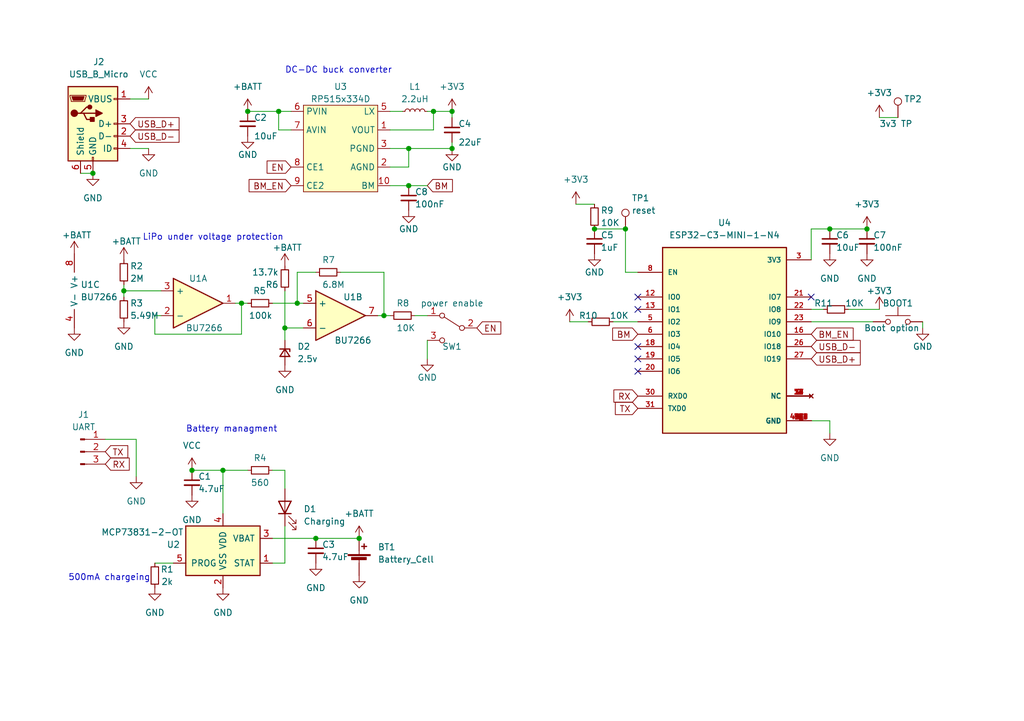
<source format=kicad_sch>
(kicad_sch (version 20211123) (generator eeschema)
  (paper "A5")
  (title_block (title "WiFi Tracing Tag") (rev "1"))
  (lib_symbols
    (symbol "Battery_Cell_1" (pin_numbers hide) (pin_names (offset 0) hide)
      (property "Reference" "BT" (at 2.54 2.54 0))
      (property "Value" "Battery_Cell_1" (at 2.54 0 0))
      (symbol "Battery_Cell_1_0_1"
        (rectangle (start -2.286 1.778) (end 2.286 1.524) (fill (type outline)))
        (rectangle (start -1.5748 1.1938) (end 1.4732 0.6858) (fill (type outline)))
        (polyline (pts (xy 0 0.762) (xy 0 0)))
        (polyline (pts (xy 0 1.778) (xy 0 2.54)))
        (polyline (pts (xy 0.508 3.429) (xy 1.524 3.429)) (stroke (width 0.254)))
        (polyline (pts (xy 1.016 3.937) (xy 1.016 2.921)) (stroke (width 0.254)))
      )
      (symbol "Battery_Cell_1_1_1"
        (pin passive line (at 0 -2.54 90) (length 2.54) (name "-") (number "1"))
        (pin passive line (at 0 5.08 270) (length 2.54) (name "+") (number "2"))
      )
    )
    (symbol "Battery_Management:MCP73831-2-OT" (pin_names (offset 1.016))
      (property "Reference" "U" (at -7.62 6.35 0))
      (property "Value" "MCP73831-2-OT" (at 1.27 6.35 0))
      (symbol "MCP73831-2-OT_0_1"
        (rectangle (start -7.62 5.08) (end 7.62 -5.08) (stroke (width 0.254)) (fill (type background)))
      )
      (symbol "MCP73831-2-OT_1_1"
        (pin output line (at 10.16 -2.54 180) (length 2.54) (name "STAT") (number "1"))
        (pin power_in line (at 0 -7.62 90) (length 2.54) (name "VSS") (number "2"))
        (pin power_out line (at 10.16 2.54 180) (length 2.54) (name "VBAT") (number "3"))
        (pin power_in line (at 0 7.62 270) (length 2.54) (name "VDD") (number "4"))
        (pin input line (at -10.16 -2.54 0) (length 2.54) (name "PROG") (number "5"))
      )
    )
    (symbol "Connector:Conn_01x03_Male" (pin_names (offset 1.016) hide)
      (property "Reference" "J" (at 0 5.08 0))
      (property "Value" "Conn_01x03_Male" (at 0 -5.08 0))
      (symbol "Conn_01x03_Male_1_1"
        (polyline (pts (xy 1.27 -2.54) (xy 0.8636 -2.54)) (stroke (width 0.1524)))
        (polyline (pts (xy 1.27 0) (xy 0.8636 0)) (stroke (width 0.1524)))
        (polyline (pts (xy 1.27 2.54) (xy 0.8636 2.54)) (stroke (width 0.1524)))
        (rectangle (start 0.8636 -2.413) (end 0 -2.667) (stroke (width 0.1524)) (fill (type outline)))
        (rectangle (start 0.8636 0.127) (end 0 -0.127) (stroke (width 0.1524)) (fill (type outline)))
        (rectangle (start 0.8636 2.667) (end 0 2.413) (stroke (width 0.1524)) (fill (type outline)))
        (pin passive line (at 5.08 2.54 180) (length 3.81) (name "Pin_1") (number "1"))
        (pin passive line (at 5.08 0 180) (length 3.81) (name "Pin_2") (number "2"))
        (pin passive line (at 5.08 -2.54 180) (length 3.81) (name "Pin_3") (number "3"))
      )
    )
    (symbol "Connector:TestPoint" (pin_numbers hide) (pin_names (offset 0.762) hide)
      (property "Reference" "TP" (at 0 6.858 0))
      (property "Value" "TestPoint" (at 0 5.08 0))
      (symbol "TestPoint_0_1"
        (circle (center 0 3.302) (radius 0.762))
      )
      (symbol "TestPoint_1_1"
        (pin passive line (at 0 0 90) (length 2.54) (name "1") (number "1"))
      )
    )
    (symbol "Connector:USB_B_Micro" (pin_names (offset 1.016))
      (property "Reference" "J" (at -5.08 11.43 0))
      (property "Value" "USB_B_Micro" (at -5.08 8.89 0))
      (symbol "USB_B_Micro_0_1"
        (rectangle (start -5.08 -7.62) (end 5.08 7.62) (stroke (width 0.254)) (fill (type background)))
        (circle (center -3.81 2.159) (radius 0.635) (stroke (width 0.254)) (fill (type outline)))
        (circle (center -0.635 3.429) (radius 0.381) (stroke (width 0.254)) (fill (type outline)))
        (rectangle (start -0.127 -7.62) (end 0.127 -6.858))
        (polyline (pts (xy -1.905 2.159) (xy 0.635 2.159)) (stroke (width 0.254)))
        (polyline (pts (xy -3.175 2.159) (xy -2.54 2.159) (xy -1.27 3.429) (xy -0.635 3.429)) (stroke (width 0.254)))
        (polyline (pts (xy -2.54 2.159) (xy -1.905 2.159) (xy -1.27 0.889) (xy 0 0.889)) (stroke (width 0.254)))
        (polyline (pts (xy 0.635 2.794) (xy 0.635 1.524) (xy 1.905 2.159) (xy 0.635 2.794)) (stroke (width 0.254)) (fill (type outline)))
        (polyline (pts (xy -4.318 5.588) (xy -1.778 5.588) (xy -2.032 4.826) (xy -4.064 4.826) (xy -4.318 5.588)) (fill (type outline)))
        (polyline (pts (xy -4.699 5.842) (xy -4.699 5.588) (xy -4.445 4.826) (xy -4.445 4.572) (xy -1.651 4.572) (xy -1.651 4.826) (xy -1.397 5.588) (xy -1.397 5.842) (xy -4.699 5.842)))
        (rectangle (start 0.254 1.27) (end -0.508 0.508) (stroke (width 0.254)) (fill (type outline)))
        (rectangle (start 5.08 -5.207) (end 4.318 -4.953))
        (rectangle (start 5.08 -2.667) (end 4.318 -2.413))
        (rectangle (start 5.08 -0.127) (end 4.318 0.127))
        (rectangle (start 5.08 4.953) (end 4.318 5.207))
      )
      (symbol "USB_B_Micro_1_1"
        (pin power_out line (at 7.62 5.08 180) (length 2.54) (name "VBUS") (number "1"))
        (pin bidirectional line (at 7.62 -2.54 180) (length 2.54) (name "D-") (number "2"))
        (pin bidirectional line (at 7.62 0 180) (length 2.54) (name "D+") (number "3"))
        (pin passive line (at 7.62 -5.08 180) (length 2.54) (name "ID") (number "4"))
        (pin power_out line (at 0 -10.16 90) (length 2.54) (name "GND") (number "5"))
        (pin passive line (at -2.54 -10.16 90) (length 2.54) (name "Shield") (number "6"))
      )
    )
    (symbol "Device:C_Small" (pin_numbers hide) (pin_names (offset 0.254) hide)
      (property "Reference" "C" (at 0.254 1.778 0))
      (property "Value" "C_Small" (at 0.254 -2.032 0))
      (symbol "C_Small_0_1"
        (polyline (pts (xy -1.524 -0.508) (xy 1.524 -0.508)) (stroke (width 0.3302)))
        (polyline (pts (xy -1.524 0.508) (xy 1.524 0.508)) (stroke (width 0.3048)))
      )
      (symbol "C_Small_1_1"
        (pin passive line (at 0 2.54 270) (length 2.032) (name "~") (number "1"))
        (pin passive line (at 0 -2.54 90) (length 2.032) (name "~") (number "2"))
      )
    )
    (symbol "Device:D_Zener_Small" (pin_numbers hide) (pin_names (offset 0.254) hide)
      (property "Reference" "D" (at 0 2.286 0))
      (property "Value" "D_Zener_Small" (at 0 -2.286 0))
      (symbol "D_Zener_Small_0_1"
        (polyline (pts (xy 0.762 0) (xy -0.762 0)))
        (polyline (pts (xy -0.254 1.016) (xy -0.762 1.016) (xy -0.762 -1.016)) (stroke (width 0.254)))
        (polyline (pts (xy 0.762 1.016) (xy -0.762 0) (xy 0.762 -1.016) (xy 0.762 1.016)) (stroke (width 0.254)))
      )
      (symbol "D_Zener_Small_1_1"
        (pin passive line (at -2.54 0 0) (length 1.778) (name "K") (number "1"))
        (pin passive line (at 2.54 0 180) (length 1.778) (name "A") (number "2"))
      )
    )
    (symbol "Device:LED" (pin_numbers hide) (pin_names (offset 1.016) hide)
      (property "Reference" "D" (at 0 2.54 0))
      (property "Value" "LED" (at 0 -2.54 0))
      (symbol "LED_0_1"
        (polyline (pts (xy -1.27 -1.27) (xy -1.27 1.27)) (stroke (width 0.254)))
        (polyline (pts (xy -1.27 0) (xy 1.27 0)))
        (polyline (pts (xy 1.27 -1.27) (xy 1.27 1.27) (xy -1.27 0) (xy 1.27 -1.27)) (stroke (width 0.254)))
        (polyline (pts (xy -3.048 -0.762) (xy -4.572 -2.286) (xy -3.81 -2.286) (xy -4.572 -2.286) (xy -4.572 -1.524)))
        (polyline (pts (xy -1.778 -0.762) (xy -3.302 -2.286) (xy -2.54 -2.286) (xy -3.302 -2.286) (xy -3.302 -1.524)))
      )
      (symbol "LED_1_1"
        (pin passive line (at -3.81 0 0) (length 2.54) (name "K") (number "1"))
        (pin passive line (at 3.81 0 180) (length 2.54) (name "A") (number "2"))
      )
    )
    (symbol "Device:L_Small" (pin_numbers hide) (pin_names (offset 0.254) hide)
      (property "Reference" "L" (at 0.762 1.016 0))
      (property "Value" "L_Small" (at 0.762 -1.016 0))
      (symbol "L_Small_0_1"
        (arc (start 0 -2.032) (mid 0.508 -1.524) (end 0 -1.016))
        (arc (start 0 -1.016) (mid 0.508 -0.508) (end 0 0))
        (arc (start 0 0) (mid 0.508 0.508) (end 0 1.016))
        (arc (start 0 1.016) (mid 0.508 1.524) (end 0 2.032))
      )
      (symbol "L_Small_1_1"
        (pin passive line (at 0 2.54 270) (length 0.508) (name "~") (number "1"))
        (pin passive line (at 0 -2.54 90) (length 0.508) (name "~") (number "2"))
      )
    )
    (symbol "Device:Opamp_Dual"
      (property "Reference" "U" (at 0 5.08 0))
      (property "Value" "Opamp_Dual" (at 0 -5.08 0))
      (symbol "Opamp_Dual_1_1"
        (polyline (pts (xy -5.08 5.08) (xy 5.08 0) (xy -5.08 -5.08) (xy -5.08 5.08)) (stroke (width 0.254)) (fill (type background)))
        (pin output line (at 7.62 0 180) (length 2.54) (name "~") (number "1"))
        (pin input line (at -7.62 -2.54 0) (length 2.54) (name "-") (number "2"))
        (pin input line (at -7.62 2.54 0) (length 2.54) (name "+") (number "3"))
      )
      (symbol "Opamp_Dual_2_1"
        (polyline (pts (xy -5.08 5.08) (xy 5.08 0) (xy -5.08 -5.08) (xy -5.08 5.08)) (stroke (width 0.254)) (fill (type background)))
        (pin input line (at -7.62 2.54 0) (length 2.54) (name "+") (number "5"))
        (pin input line (at -7.62 -2.54 0) (length 2.54) (name "-") (number "6"))
        (pin output line (at 7.62 0 180) (length 2.54) (name "~") (number "7"))
      )
      (symbol "Opamp_Dual_3_1"
        (pin power_in line (at -2.54 -7.62 90) (length 3.81) (name "V-") (number "4"))
        (pin power_in line (at -2.54 7.62 270) (length 3.81) (name "V+") (number "8"))
      )
    )
    (symbol "Device:R_Small" (pin_numbers hide) (pin_names (offset 0.254) hide)
      (property "Reference" "R" (at 0.762 0.508 0))
      (property "Value" "R_Small" (at 0.762 -1.016 0))
      (symbol "R_Small_0_1"
        (rectangle (start -0.762 1.778) (end 0.762 -1.778) (stroke (width 0.2032)))
      )
      (symbol "R_Small_1_1"
        (pin passive line (at 0 2.54 270) (length 0.762) (name "~") (number "1"))
        (pin passive line (at 0 -2.54 90) (length 0.762) (name "~") (number "2"))
      )
    )
    (symbol "ESP32-C3-MINI-1-N4:ESP32-C3-MINI-1-N4" (pin_names (offset 1.016))
      (property "Reference" "U" (at -12.7 18.796 0))
      (property "Value" "ESP32-C3-MINI-1-N4" (at -12.7 -22.86 0))
      (symbol "ESP32-C3-MINI-1-N4_0_0"
        (rectangle (start -12.7 -20.32) (end 12.7 17.78) (stroke (width 0.254)) (fill (type background)))
        (pin power_in line (at 17.78 -17.78 180) (length 5.08) (name "GND") (number "1"))
        (pin no_connect line (at 17.78 -12.7 180) (length 5.08) (name "NC") (number "10"))
        (pin power_in line (at 17.78 -17.78 180) (length 5.08) (name "GND") (number "11"))
        (pin bidirectional line (at -17.78 7.62 0) (length 5.08) (name "IO0") (number "12"))
        (pin bidirectional line (at -17.78 5.08 0) (length 5.08) (name "IO1") (number "13"))
        (pin power_in line (at 17.78 -17.78 180) (length 5.08) (name "GND") (number "14"))
        (pin no_connect line (at 17.78 -12.7 180) (length 5.08) (name "NC") (number "15"))
        (pin bidirectional line (at 17.78 0 180) (length 5.08) (name "IO10") (number "16"))
        (pin no_connect line (at 17.78 -12.7 180) (length 5.08) (name "NC") (number "17"))
        (pin bidirectional line (at -17.78 -2.54 0) (length 5.08) (name "IO4") (number "18"))
        (pin bidirectional line (at -17.78 -5.08 0) (length 5.08) (name "IO5") (number "19"))
        (pin power_in line (at 17.78 -17.78 180) (length 5.08) (name "GND") (number "2"))
        (pin bidirectional line (at -17.78 -7.62 0) (length 5.08) (name "IO6") (number "20"))
        (pin bidirectional line (at 17.78 7.62 180) (length 5.08) (name "IO7") (number "21"))
        (pin bidirectional line (at 17.78 5.08 180) (length 5.08) (name "IO8") (number "22"))
        (pin bidirectional line (at 17.78 2.54 180) (length 5.08) (name "IO9") (number "23"))
        (pin no_connect line (at 17.78 -12.7 180) (length 5.08) (name "NC") (number "24"))
        (pin no_connect line (at 17.78 -12.7 180) (length 5.08) (name "NC") (number "25"))
        (pin bidirectional line (at 17.78 -2.54 180) (length 5.08) (name "IO18") (number "26"))
        (pin bidirectional line (at 17.78 -5.08 180) (length 5.08) (name "IO19") (number "27"))
        (pin no_connect line (at 17.78 -12.7 180) (length 5.08) (name "NC") (number "28"))
        (pin no_connect line (at 17.78 -12.7 180) (length 5.08) (name "NC") (number "29"))
        (pin power_in line (at 17.78 15.24 180) (length 5.08) (name "3V3") (number "3"))
        (pin bidirectional line (at -17.78 -12.7 0) (length 5.08) (name "RXD0") (number "30"))
        (pin bidirectional line (at -17.78 -15.24 0) (length 5.08) (name "TXD0") (number "31"))
        (pin no_connect line (at 17.78 -12.7 180) (length 5.08) (name "NC") (number "32"))
        (pin no_connect line (at 17.78 -12.7 180) (length 5.08) (name "NC") (number "33"))
        (pin no_connect line (at 17.78 -12.7 180) (length 5.08) (name "NC") (number "34"))
        (pin no_connect line (at 17.78 -12.7 180) (length 5.08) (name "NC") (number "35"))
        (pin power_in line (at 17.78 -17.78 180) (length 5.08) (name "GND") (number "36"))
        (pin power_in line (at 17.78 -17.78 180) (length 5.08) (name "GND") (number "37"))
        (pin power_in line (at 17.78 -17.78 180) (length 5.08) (name "GND") (number "38"))
        (pin power_in line (at 17.78 -17.78 180) (length 5.08) (name "GND") (number "39"))
        (pin no_connect line (at 17.78 -12.7 180) (length 5.08) (name "NC") (number "4"))
        (pin power_in line (at 17.78 -17.78 180) (length 5.08) (name "GND") (number "40"))
        (pin power_in line (at 17.78 -17.78 180) (length 5.08) (name "GND") (number "41"))
        (pin power_in line (at 17.78 -17.78 180) (length 5.08) (name "GND") (number "42"))
        (pin power_in line (at 17.78 -17.78 180) (length 5.08) (name "GND") (number "43"))
        (pin power_in line (at 17.78 -17.78 180) (length 5.08) (name "GND") (number "44"))
        (pin power_in line (at 17.78 -17.78 180) (length 5.08) (name "GND") (number "45"))
        (pin power_in line (at 17.78 -17.78 180) (length 5.08) (name "GND") (number "46"))
        (pin power_in line (at 17.78 -17.78 180) (length 5.08) (name "GND") (number "47"))
        (pin power_in line (at 17.78 -17.78 180) (length 5.08) (name "GND") (number "48"))
        (pin power_in line (at 17.78 -17.78 180) (length 5.08) (name "GND") (number "49_1"))
        (pin power_in line (at 17.78 -17.78 180) (length 5.08) (name "GND") (number "49_2"))
        (pin power_in line (at 17.78 -17.78 180) (length 5.08) (name "GND") (number "49_3"))
        (pin power_in line (at 17.78 -17.78 180) (length 5.08) (name "GND") (number "49_4"))
        (pin power_in line (at 17.78 -17.78 180) (length 5.08) (name "GND") (number "49_5"))
        (pin power_in line (at 17.78 -17.78 180) (length 5.08) (name "GND") (number "49_6"))
        (pin power_in line (at 17.78 -17.78 180) (length 5.08) (name "GND") (number "49_7"))
        (pin power_in line (at 17.78 -17.78 180) (length 5.08) (name "GND") (number "49_8"))
        (pin power_in line (at 17.78 -17.78 180) (length 5.08) (name "GND") (number "49_9"))
        (pin bidirectional line (at -17.78 2.54 0) (length 5.08) (name "IO2") (number "5"))
        (pin power_in line (at 17.78 -17.78 180) (length 5.08) (name "GND") (number "50"))
        (pin power_in line (at 17.78 -17.78 180) (length 5.08) (name "GND") (number "51"))
        (pin power_in line (at 17.78 -17.78 180) (length 5.08) (name "GND") (number "52"))
        (pin power_in line (at 17.78 -17.78 180) (length 5.08) (name "GND") (number "53"))
        (pin bidirectional line (at -17.78 0 0) (length 5.08) (name "IO3") (number "6"))
        (pin no_connect line (at 17.78 -12.7 180) (length 5.08) (name "NC") (number "7"))
        (pin input line (at -17.78 12.7 0) (length 5.08) (name "EN") (number "8"))
        (pin no_connect line (at 17.78 -12.7 180) (length 5.08) (name "NC") (number "9"))
      )
    )
    (symbol "Library:RP515x334D"
      (property "Reference" "U" (at 0 16.51 0))
      (property "Value" "RP515x334D" (at 0 13.97 0))
      (symbol "RP515x334D_0_1"
        (rectangle (start -7.62 12.7) (end 7.62 -5.08) (fill (type background)))
      )
      (symbol "RP515x334D_1_1"
        (pin power_out line (at 10.16 7.62 180) (length 2.54) (name "VOUT") (number "1"))
        (pin output line (at 10.16 -3.81 180) (length 2.54) (name "BM") (number "10"))
        (pin input line (at 10.16 3.81 180) (length 2.54) hide (name "PGND") (number "11"))
        (pin input line (at 10.16 0 180) (length 2.54) (name "AGND") (number "2"))
        (pin input line (at 10.16 3.81 180) (length 2.54) (name "PGND") (number "3"))
        (pin input line (at 10.16 11.43 180) (length 2.54) hide (name "LX") (number "4"))
        (pin input line (at 10.16 11.43 180) (length 2.54) (name "LX") (number "5"))
        (pin power_in line (at -10.16 11.43 0) (length 2.54) (name "PVIN") (number "6"))
        (pin input line (at -10.16 7.62 0) (length 2.54) (name "AVIN") (number "7"))
        (pin input line (at -10.16 0 0) (length 2.54) (name "CE1") (number "8"))
        (pin input line (at -10.16 -3.81 0) (length 2.54) (name "CE2") (number "9"))
      )
    )
    (symbol "Switch:SW_DPDT_x2" (pin_names (offset 0) hide)
      (property "Reference" "SW?" (at 0 7.62 0))
      (property "Value" "SW_DPDT" (at 0 5.08 0))
      (symbol "SW_DPDT_x2_0_0"
        (circle (center -2.032 0) (radius 0.508))
        (circle (center 2.032 -2.54) (radius 0.508))
      )
      (symbol "SW_DPDT_x2_0_1"
        (polyline (pts (xy -1.524 0.254) (xy 1.651 2.286)))
        (circle (center 2.032 2.54) (radius 0.508))
      )
      (symbol "SW_DPDT_x2_1_1"
        (pin passive line (at 5.08 2.54 180) (length 2.54) (name "A") (number "1"))
        (pin passive line (at -5.08 0 0) (length 2.54) (name "B") (number "2"))
        (pin passive line (at 5.08 -2.54 180) (length 2.54) (name "C") (number "3"))
      )
    )
    (symbol "Switch:SW_Push" (pin_numbers hide) (pin_names (offset 1.016) hide)
      (property "Reference" "SW" (at 1.27 2.54 0))
      (property "Value" "SW_Push" (at 0 -1.524 0))
      (symbol "SW_Push_0_1"
        (circle (center -2.032 0) (radius 0.508))
        (polyline (pts (xy 0 1.27) (xy 0 3.048)))
        (polyline (pts (xy 2.54 1.27) (xy -2.54 1.27)))
        (circle (center 2.032 0) (radius 0.508))
        (pin passive line (at -5.08 0 0) (length 2.54) (name "1") (number "1"))
        (pin passive line (at 5.08 0 180) (length 2.54) (name "2") (number "2"))
      )
    )
    (symbol "power:+3V3" (power) (pin_names (offset 0))
      (property "Value" "+3V3" (at 0 3.556 0))
      (symbol "+3V3_0_1"
        (polyline (pts (xy -0.762 1.27) (xy 0 2.54)))
        (polyline (pts (xy 0 0) (xy 0 2.54)))
        (polyline (pts (xy 0 2.54) (xy 0.762 1.27)))
      )
      (symbol "+3V3_1_1"
        (pin power_in line (at 0 0 90) (length 0) hide (name "+3V3") (number "1"))
      )
    )
    (symbol "power:+BATT" (power) (pin_names (offset 0))
      (property "Value" "+BATT" (at 0 3.556 0))
      (symbol "+BATT_0_1"
        (polyline (pts (xy -0.762 1.27) (xy 0 2.54)))
        (polyline (pts (xy 0 0) (xy 0 2.54)))
        (polyline (pts (xy 0 2.54) (xy 0.762 1.27)))
      )
      (symbol "+BATT_1_1"
        (pin power_in line (at 0 0 90) (length 0) hide (name "+BATT") (number "1"))
      )
    )
    (symbol "power:GND" (power) (pin_names (offset 0))
      (property "Value" "GND" (at 0 -3.81 0))
      (symbol "GND_0_1"
        (polyline (pts (xy 0 0) (xy 0 -1.27) (xy 1.27 -1.27) (xy 0 -2.54) (xy -1.27 -1.27) (xy 0 -1.27)))
      )
      (symbol "GND_1_1"
        (pin power_in line (at 0 0 270) (length 0) hide (name "GND") (number "1"))
      )
    )
    (symbol "power:VCC" (power) (pin_names (offset 0))
      (property "Value" "VCC" (at 0 3.81 0))
      (symbol "VCC_0_1"
        (polyline (pts (xy -0.762 1.27) (xy 0 2.54)))
        (polyline (pts (xy 0 0) (xy 0 2.54)))
        (polyline (pts (xy 0 2.54) (xy 0.762 1.27)))
      )
      (symbol "VCC_1_1"
        (pin power_in line (at 0 0 90) (length 0) hide (name "VCC") (number "1"))
      )
    )
  )
  (junction (at 60.96 62.23))
  (junction (at 45.72 96.52))
  (junction (at 19.05 35.56))
  (junction (at 88.9 22.86))
  (junction (at 92.71 30.48))
  (junction (at 64.77 110.49))
  (junction (at 49.53 62.23))
  (junction (at 128.27 46.99))
  (junction (at 177.8 46.99))
  (junction (at 57.15 22.86))
  (junction (at 50.8 22.86))
  (junction (at 39.37 96.52))
  (junction (at 83.82 38.1))
  (junction (at 73.66 110.49))
  (junction (at 83.82 30.48))
  (junction (at 121.92 46.99))
  (junction (at 58.42 67.31))
  (junction (at 78.74 64.77))
  (junction (at 170.18 46.99))
  (junction (at 92.71 22.86))
  (junction (at 25.4 59.69))
  (no_connect (at 166.37 60.96))
  (no_connect (at 130.81 63.5))
  (no_connect (at 130.81 60.96))
  (no_connect (at 130.81 71.12))
  (no_connect (at 130.81 73.66))
  (no_connect (at 130.81 76.2))
  (wire (pts (xy 166.37 86.36) (xy 170.18 86.36)))
  (wire (pts (xy 170.18 46.99) (xy 177.8 46.99)))
  (wire (pts (xy 55.88 115.57) (xy 58.42 115.57)))
  (wire (pts (xy 58.42 107.95) (xy 58.42 115.57)))
  (wire (pts (xy 33.02 64.77) (xy 31.75 64.77)))
  (wire (pts (xy 166.37 53.34) (xy 166.37 46.99)))
  (wire (pts (xy 25.4 58.42) (xy 25.4 59.69)))
  (wire (pts (xy 60.96 62.23) (xy 62.23 62.23)))
  (wire (pts (xy 57.15 26.67) (xy 59.69 26.67)))
  (wire (pts (xy 49.53 68.58) (xy 49.53 62.23)))
  (wire (pts (xy 189.23 66.04) (xy 189.23 67.31)))
  (wire (pts (xy 80.01 64.77) (xy 78.74 64.77)))
  (wire (pts (xy 121.92 46.99) (xy 128.27 46.99)))
  (wire (pts (xy 87.63 38.1) (xy 83.82 38.1)))
  (wire (pts (xy 58.42 67.31) (xy 62.23 67.31)))
  (wire (pts (xy 78.74 55.88) (xy 78.74 64.77)))
  (wire (pts (xy 118.11 41.91) (xy 121.92 41.91)))
  (wire (pts (xy 92.71 24.13) (xy 92.71 22.86)))
  (wire (pts (xy 170.18 86.36) (xy 170.18 88.9)))
  (wire (pts (xy 31.75 115.57) (xy 35.56 115.57)))
  (wire (pts (xy 80.01 26.67) (xy 88.9 26.67)))
  (wire (pts (xy 80.01 34.29) (xy 83.82 34.29)))
  (wire (pts (xy 166.37 66.04) (xy 179.07 66.04)))
  (wire (pts (xy 80.01 30.48) (xy 83.82 30.48)))
  (wire (pts (xy 49.53 62.23) (xy 48.26 62.23)))
  (wire (pts (xy 50.8 62.23) (xy 49.53 62.23)))
  (wire (pts (xy 57.15 22.86) (xy 59.69 22.86)))
  (wire (pts (xy 85.09 64.77) (xy 87.63 64.77)))
  (wire (pts (xy 25.4 59.69) (xy 33.02 59.69)))
  (wire (pts (xy 87.63 69.85) (xy 87.63 73.66)))
  (wire (pts (xy 45.72 96.52) (xy 45.72 105.41)))
  (wire (pts (xy 80.01 22.86) (xy 82.55 22.86)))
  (wire (pts (xy 166.37 63.5) (xy 168.91 63.5)))
  (wire (pts (xy 83.82 30.48) (xy 83.82 34.29)))
  (wire (pts (xy 27.94 90.17) (xy 21.59 90.17)))
  (wire (pts (xy 69.85 55.88) (xy 78.74 55.88)))
  (wire (pts (xy 83.82 30.48) (xy 92.71 30.48)))
  (wire (pts (xy 116.84 66.04) (xy 120.65 66.04)))
  (wire (pts (xy 55.88 62.23) (xy 60.96 62.23)))
  (wire (pts (xy 83.82 38.1) (xy 80.01 38.1)))
  (wire (pts (xy 31.75 64.77) (xy 31.75 68.58)))
  (wire (pts (xy 31.75 68.58) (xy 49.53 68.58)))
  (wire (pts (xy 55.88 110.49) (xy 64.77 110.49)))
  (wire (pts (xy 64.77 110.49) (xy 73.66 110.49)))
  (wire (pts (xy 50.8 96.52) (xy 45.72 96.52)))
  (wire (pts (xy 58.42 96.52) (xy 55.88 96.52)))
  (wire (pts (xy 58.42 100.33) (xy 58.42 96.52)))
  (wire (pts (xy 60.96 62.23) (xy 60.96 55.88)))
  (wire (pts (xy 26.67 20.32) (xy 30.48 20.32)))
  (wire (pts (xy 88.9 26.67) (xy 88.9 22.86)))
  (wire (pts (xy 58.42 67.31) (xy 58.42 69.85)))
  (wire (pts (xy 125.73 66.04) (xy 130.81 66.04)))
  (wire (pts (xy 166.37 46.99) (xy 170.18 46.99)))
  (wire (pts (xy 26.67 30.48) (xy 30.48 30.48)))
  (wire (pts (xy 87.63 22.86) (xy 88.9 22.86)))
  (wire (pts (xy 57.15 22.86) (xy 57.15 26.67)))
  (wire (pts (xy 173.99 63.5) (xy 180.34 63.5)))
  (wire (pts (xy 128.27 55.88) (xy 130.81 55.88)))
  (wire (pts (xy 60.96 55.88) (xy 64.77 55.88)))
  (wire (pts (xy 50.8 22.86) (xy 57.15 22.86)))
  (wire (pts (xy 92.71 29.21) (xy 92.71 30.48)))
  (wire (pts (xy 45.72 96.52) (xy 39.37 96.52)))
  (wire (pts (xy 58.42 59.69) (xy 58.42 67.31)))
  (wire (pts (xy 16.51 35.56) (xy 19.05 35.56)))
  (wire (pts (xy 25.4 59.69) (xy 25.4 60.96)))
  (wire (pts (xy 88.9 22.86) (xy 92.71 22.86)))
  (wire (pts (xy 128.27 46.99) (xy 128.27 55.88)))
  (wire (pts (xy 180.34 24.13) (xy 184.15 24.13)))
  (wire (pts (xy 27.94 90.17) (xy 27.94 97.79)))
  (wire (pts (xy 78.74 64.77) (xy 77.47 64.77)))
  (text "Battery managment\n" (at 38.1 88.9 0) (effects (font (size 1.27 1.27)) (justify left bottom)))
  (text "LiPo under voltage protection\n" (at 29.21 49.53 0) (effects (font (size 1.27 1.27)) (justify left bottom)))
  (text "DC-DC buck converter\n" (at 58.42 15.24 0) (effects (font (size 1.27 1.27)) (justify left bottom)))
  (text "500mA chargeing\n" (at 13.97 119.38 0) (effects (font (size 1.27 1.27)) (justify left bottom)))
  (global_label "EN" (shape input) (at 97.79 67.31 0) (property "Intersheet References" "${INTERSHEET_REFS}" (effects hide)))
  (global_label "RX" (shape input) (at 130.81 81.28 180) (property "Intersheet References" "${INTERSHEET_REFS}" (effects hide)))
  (global_label "USB_D-" (shape input) (at 166.37 71.12 0) (property "Intersheet References" "${INTERSHEET_REFS}" (effects hide)))
  (global_label "BM_EN" (shape input) (at 166.37 68.58 0) (property "Intersheet References" "${INTERSHEET_REFS}" (effects hide)))
  (global_label "USB_D+" (shape input) (at 26.67 25.4 0) (property "Intersheet References" "${INTERSHEET_REFS}" (effects hide)))
  (global_label "BM" (shape input) (at 130.81 68.58 180) (property "Intersheet References" "${INTERSHEET_REFS}" (effects hide)))
  (global_label "EN" (shape input) (at 59.69 34.29 180) (property "Intersheet References" "${INTERSHEET_REFS}" (effects hide)))
  (global_label "USB_D+" (shape input) (at 166.37 73.66 0) (property "Intersheet References" "${INTERSHEET_REFS}" (effects hide)))
  (global_label "BM_EN" (shape input) (at 59.69 38.1 180) (property "Intersheet References" "${INTERSHEET_REFS}" (effects hide)))
  (global_label "RX" (shape input) (at 21.59 95.25 0) (property "Intersheet References" "${INTERSHEET_REFS}" (effects hide)))
  (global_label "BM" (shape input) (at 87.63 38.1 0) (property "Intersheet References" "${INTERSHEET_REFS}" (effects hide)))
  (global_label "USB_D-" (shape input) (at 26.67 27.94 0) (property "Intersheet References" "${INTERSHEET_REFS}" (effects hide)))
  (global_label "TX" (shape input) (at 130.81 83.82 180) (property "Intersheet References" "${INTERSHEET_REFS}" (effects hide)))
  (global_label "TX" (shape input) (at 21.59 92.71 0) (property "Intersheet References" "${INTERSHEET_REFS}" (effects hide)))
  (symbol (lib_id "Connector:Conn_01x03_Male") (at 16.51 92.71 0) (unit 1)
    (property "Reference" "J1" (at 17.145 85.09 0))
    (property "Value" "UART" (at 17.145 87.63 0))
    (property "Footprint" "Connector_PinHeader_2.54mm:PinHeader_1x03_P2.54mm_Vertical" (effects hide))
    (property "MPN" "PREC003SBAN-M71RC" (effects hide))
  )
  (symbol (lib_id "Device:C_Small") (at 39.37 99.06 0) (unit 1)
    (property "Reference" "C1" (at 40.64 97.7899 0) (effects (justify left)))
    (property "Value" "4.7uF" (at 40.64 100.3299 0) (effects (justify left)))
    (property "Footprint" "Capacitor_SMD:C_0603_1608Metric" (effects hide))
    (property "MPN" "CL10A475KP8NNNC" (effects hide))
  )
  (symbol (lib_id "power:+3V3") (at 92.71 22.86 0) (unit 1)
    (property "Reference" "#PWR021" (effects hide))
    (property "Value" "+3V3" (at 92.71 17.78 0))
  )
  (symbol (lib_id "ESP32-C3-MINI-1-N4:ESP32-C3-MINI-1-N4") (at 148.59 68.58 0) (unit 1)
    (property "Reference" "U4" (at 148.59 45.72 0))
    (property "Value" "ESP32-C3-MINI-1-N4" (at 148.59 48.26 0))
    (property "Footprint" "SnapEDA Library:XCVR_ESP32-C3-MINI-1-N4" (effects hide))
    (property "MANUFACTURER" "Espressif Systems" (effects hide))
    (property "MAXIMUM_PACKAGE_HEIGHT" "2.55mm" (effects hide))
    (property "PARTREV" "v1.0" (effects hide))
    (property "STANDARD" "Manufacturer Recommendations" (effects hide))
    (property "MPN" "ESP32-C3-MINI-1-N4" (effects hide))
  )
  (symbol (lib_id "Connector:USB_B_Micro") (at 19.05 25.4 0) (unit 1)
    (property "Reference" "J2" (at 20.2565 12.7 0))
    (property "Value" "USB_B_Micro" (at 20.2565 15.24 0))
    (property "Footprint" "Library:USB_Micro_AdamTech_MCR-B-S-RA-SMT-CS14" (effects hide))
    (property "Datasheet" "https://app.adam-tech.com/products/download/data_sheet/195344/mcr-b-s-ra-smt-cs14-t-r-data-sheet.pdf" (effects hide))
    (property "MPN" "MCR-B-S-RA-SMT-CS14-T/R" (effects hide))
  )
  (symbol (lib_id "Device:R_Small") (at 58.42 57.15 180) (unit 1)
    (property "Reference" "R6" (at 57.15 58.4201 0) (effects (justify left)))
    (property "Value" "13.7k" (at 57.15 55.8801 0) (effects (justify left)))
    (property "Footprint" "Resistor_SMD:R_0603_1608Metric" (effects hide))
    (property "MPN" "ERJ-3EKF1372V" (effects hide))
  )
  (symbol (lib_id "power:GND") (at 170.18 52.07 0) (unit 1)
    (property "Reference" "#PWR027" (effects hide))
    (property "Value" "GND" (at 170.18 57.15 0))
  )
  (symbol (lib_id "power:+BATT") (at 15.24 52.07 0) (unit 1)
    (property "Reference" "#PWR02" (effects hide))
    (property "Value" "+BATT" (at 12.7 48.26 0) (effects (justify left)))
  )
  (symbol (lib_id "Device:R_Small") (at 31.75 118.11 180) (unit 1)
    (property "Reference" "R1" (at 34.29 116.84 0))
    (property "Value" "2k" (at 34.29 119.38 0))
    (property "Footprint" "Resistor_SMD:R_0603_1608Metric" (effects hide))
    (property "MPN" "RC1608F202CS" (effects hide))
  )
  (symbol (lib_id "Device:Opamp_Dual") (at 69.85 64.77 0) (unit 2)
    (property "Reference" "U1" (at 72.39 60.96 0))
    (property "Value" "BU7266" (at 72.39 69.85 0))
    (property "Footprint" "Package_SO:MSOP-8_3x3mm_P0.65mm" (effects hide))
    (property "Datasheet" "https://fscdn.rohm.com/en/products/databook/datasheet/ic/amp_linear/opamp/bu7265sg-e.pdf" (effects hide))
    (property "MPN" "BU7266FVM" (effects hide))
  )
  (symbol (lib_id "Device:D_Zener_Small") (at 58.42 72.39 270) (unit 1)
    (property "Reference" "D2" (at 60.96 71.1199 90) (effects (justify left)))
    (property "Value" "2.5v" (at 60.96 73.6599 90) (effects (justify left)))
    (property "Footprint" "Package_TO_SOT_SMD:SOT-23" (effects hide))
    (property "Datasheet" "https://ww1.microchip.com/downloads/en/DeviceDoc/LM4040-41-Precision-Micropower-Shunt-Voltage-Reference-DS20005757B.pdf" (effects hide))
    (property "MPN" "LM4040DYM3-2.5" (effects hide))
  )
  (symbol (lib_id "power:GND") (at 25.4 66.04 0) (unit 1)
    (property "Reference" "#PWR09" (effects hide))
    (property "Value" "GND" (at 25.4 71.12 0))
  )
  (symbol (lib_id "Device:C_Small") (at 92.71 26.67 0) (unit 1)
    (property "Reference" "C4" (at 93.98 25.4 0) (effects (justify left)))
    (property "Value" "22uF" (at 93.98 29.21 0) (effects (justify left)))
    (property "Footprint" "Capacitor_SMD:C_0603_1608Metric" (effects hide))
    (property "MPN" "JMK107BBJ226MA-T" (effects hide))
  )
  (symbol (lib_id "power:+3V3") (at 118.11 41.91 0) (unit 1)
    (property "Reference" "#PWR024" (effects hide))
    (property "Value" "+3V3" (at 118.11 36.83 0))
  )
  (symbol (lib_id "power:GND") (at 177.8 52.07 0) (unit 1)
    (property "Reference" "#PWR030" (effects hide))
    (property "Value" "GND" (at 177.8 57.15 0))
  )
  (symbol (lib_id "Device:R_Small") (at 25.4 55.88 0) (unit 1)
    (property "Reference" "R2" (at 26.67 54.6099 0) (effects (justify left)))
    (property "Value" "2M" (at 26.67 57.1499 0) (effects (justify left)))
    (property "Footprint" "Resistor_SMD:R_0603_1608Metric" (effects hide))
    (property "MPN" "RK73H1JTTD2004F" (effects hide))
  )
  (symbol (lib_id "Device:R_Small") (at 171.45 63.5 90) (unit 1)
    (property "Reference" "R11" (at 168.91 62.23 90))
    (property "Value" "10K" (at 175.26 62.23 90))
    (property "Footprint" "Resistor_SMD:R_0603_1608Metric" (effects hide))
    (property "MPN" "RC1608F103CS" (effects hide))
  )
  (symbol (lib_id "Device:R_Small") (at 67.31 55.88 270) (unit 1)
    (property "Reference" "R7" (at 66.04 53.34 90) (effects (justify left)))
    (property "Value" "6.8M" (at 66.04 58.42 90) (effects (justify left)))
    (property "Footprint" "Resistor_SMD:R_0603_1608Metric" (effects hide))
    (property "MPN" "AC0603FR-076M8L" (effects hide))
  )
  (symbol (lib_id "Device:L_Small") (at 85.09 22.86 90) (unit 1)
    (property "Reference" "L1" (at 85.09 17.78 90))
    (property "Value" "2.2uH" (at 85.09 20.32 90))
    (property "Footprint" "Library:L_Murata_DEF20160P-xxxM=P2_2.0x1.6mm" (effects hide))
    (property "MPN" "DFE201610P-2R2M=P2" (effects hide))
  )
  (symbol (lib_id "Battery_Management:MCP73831-2-OT") (at 45.72 113.03 0) (unit 1)
    (property "Reference" "U2" (at 35.56 111.76 0))
    (property "Value" "MCP73831-2-OT" (at 29.21 109.22 0))
    (property "Footprint" "Package_TO_SOT_SMD:SOT-23-5" (effects hide))
    (property "Datasheet" "http://ww1.microchip.com/downloads/en/DeviceDoc/20001984g.pdf" (effects hide))
    (property "MPN" "MCP73831T-2ACI/OT" (effects hide))
  )
  (symbol (lib_id "power:GND") (at 121.92 52.07 0) (unit 1)
    (property "Reference" "#PWR026" (effects hide))
    (property "Value" "GND" (at 121.92 55.88 0))
  )
  (symbol (lib_id "power:+BATT") (at 50.8 22.86 0) (unit 1)
    (property "Reference" "#PWR013" (effects hide))
    (property "Value" "+BATT" (at 50.8 17.78 0))
  )
  (symbol (lib_id "power:GND") (at 87.63 73.66 0) (unit 1)
    (property "Reference" "#PWR018" (effects hide))
    (property "Value" "GND" (at 87.63 77.47 0))
  )
  (symbol (lib_id "power:GND") (at 170.18 88.9 0) (unit 1)
    (property "Reference" "#PWR028" (effects hide))
    (property "Value" "GND" (at 170.18 93.98 0))
  )
  (symbol (lib_id "Device:Opamp_Dual") (at 17.78 59.69 0) (unit 3)
    (property "Reference" "U1" (at 16.51 58.4199 0) (effects (justify left)))
    (property "Value" "BU7266" (at 16.51 60.96 0) (effects (justify left)))
    (property "Footprint" "Package_SO:MSOP-8_3x3mm_P0.65mm" (effects hide))
    (property "Datasheet" "https://fscdn.rohm.com/en/products/databook/datasheet/ic/amp_linear/opamp/bu7265sg-e.pdf" (effects hide))
    (property "MPN" "BU7266FVM" (effects hide))
  )
  (symbol (lib_id "power:GND") (at 27.94 97.79 0) (unit 1)
    (property "Reference" "#PWR04" (effects hide))
    (property "Value" "GND" (at 27.94 102.87 0))
  )
  (symbol (lib_id "Library:RP515x334D") (at 69.85 34.29 0) (unit 1)
    (property "Reference" "U3" (at 69.85 17.78 0))
    (property "Value" "RP515x334D" (at 69.85 20.32 0))
    (property "Footprint" "Library:Nisshinbo_DFN(PLP)-10_2.7x2.5mm_P0.5mm" (effects hide))
    (property "Datasheet" "https://www.nisshinbo-microdevices.co.jp/en/pdf/datasheet/rp515-ea.pdf" (effects hide))
    (property "MPN" "RP515K334D" (effects hide))
  )
  (symbol (lib_id "Device:C_Small") (at 64.77 113.03 0) (unit 1)
    (property "Reference" "C3" (at 66.04 111.7599 0) (effects (justify left)))
    (property "Value" "4.7uF" (at 66.04 114.2999 0) (effects (justify left)))
    (property "Footprint" "Capacitor_SMD:C_0603_1608Metric" (effects hide))
    (property "MPN" "CL10A475KP8NNNC" (effects hide))
  )
  (symbol (lib_name "Battery_Cell_1") (lib_id "Device:Battery_Cell") (at 73.66 115.57 0) (unit 1)
    (property "Reference" "BT1" (at 77.47 112.2679 0) (effects (justify left)))
    (property "Value" "Battery_Cell" (at 77.47 114.8079 0) (effects (justify left)))
    (property "Footprint" "Connector_JST:JST_PH_S2B-PH-SM4-TB_1x02-1MP_P2.00mm_Horizontal" (effects hide))
    (property "MPN" "JST-PH 2-Pin" (effects hide))
  )
  (symbol (lib_id "power:GND") (at 58.42 74.93 0) (unit 1)
    (property "Reference" "#PWR017" (effects hide))
    (property "Value" "GND" (at 58.42 80.01 0))
  )
  (symbol (lib_id "Device:R_Small") (at 53.34 96.52 90) (unit 1)
    (property "Reference" "R4" (at 53.34 93.98 90))
    (property "Value" "560" (at 53.34 99.06 90))
    (property "Footprint" "Resistor_SMD:R_0603_1608Metric" (effects hide))
    (property "MPN" "ERJ-3GEYJ561V" (effects hide))
  )
  (symbol (lib_id "Device:C_Small") (at 83.82 40.64 0) (unit 1)
    (property "Reference" "C8" (at 85.09 39.3699 0) (effects (justify left)))
    (property "Value" "100nF" (at 85.09 41.9099 0) (effects (justify left)))
    (property "Footprint" "Capacitor_SMD:C_0603_1608Metric" (effects hide))
    (property "MPN" "06036C104KAT4A" (effects hide))
  )
  (symbol (lib_id "power:+BATT") (at 58.42 54.61 0) (unit 1)
    (property "Reference" "#PWR016" (effects hide))
    (property "Value" "+BATT" (at 55.88 50.8 0) (effects (justify left)))
  )
  (symbol (lib_id "power:GND") (at 15.24 67.31 0) (unit 1)
    (property "Reference" "#PWR03" (effects hide))
    (property "Value" "GND" (at 15.24 72.39 0))
  )
  (symbol (lib_id "Switch:SW_Push") (at 184.15 66.04 0) (unit 1)
    (property "Reference" "BOOT1" (at 184.15 62.23 0))
    (property "Value" "Boot option" (at 182.88 67.31 0))
    (property "Footprint" "Library:SW_SPST_ck_PTS636" (effects hide))
    (property "MPN" "RKB2SJM250SMTR LFS" (effects hide))
  )
  (symbol (lib_id "power:GND") (at 39.37 101.6 0) (unit 1)
    (property "Reference" "#PWR011" (effects hide))
    (property "Value" "GND" (at 39.37 106.68 0))
  )
  (symbol (lib_id "Device:LED") (at 58.42 104.14 90) (unit 1)
    (property "Reference" "D1" (at 62.23 104.4574 90) (effects (justify right)))
    (property "Value" "Charging" (at 62.23 106.9974 90) (effects (justify right)))
    (property "Footprint" "Diode_SMD:D_0603_1608Metric" (effects hide))
    (property "Datasheet" "https://media.digikey.com/pdf/Data%20Sheets/Harvatek%20PDFs/B1911USD-20D000114U1930.pdf" (effects hide))
    (property "MPN" "B1911USD-20D000114U1930" (effects hide))
  )
  (symbol (lib_id "Device:C_Small") (at 177.8 49.53 0) (unit 1)
    (property "Reference" "C7" (at 179.07 48.2599 0) (effects (justify left)))
    (property "Value" "100nF" (at 179.07 50.7999 0) (effects (justify left)))
    (property "Footprint" "Capacitor_SMD:C_0603_1608Metric" (effects hide))
    (property "MPN" "06036C104KAT4A" (effects hide))
  )
  (symbol (lib_id "Device:C_Small") (at 121.92 49.53 0) (unit 1)
    (property "Reference" "C5" (at 123.19 48.2599 0) (effects (justify left)))
    (property "Value" "1uF" (at 123.19 50.7999 0) (effects (justify left)))
    (property "Footprint" "Capacitor_SMD:C_0603_1608Metric" (effects hide))
    (property "MPN" "CL10B105KP8NNNC" (effects hide))
  )
  (symbol (lib_id "Device:R_Small") (at 25.4 63.5 0) (unit 1)
    (property "Reference" "R3" (at 26.67 62.2299 0) (effects (justify left)))
    (property "Value" "5.49M" (at 26.67 64.7699 0) (effects (justify left)))
    (property "Footprint" "Resistor_SMD:R_0603_1608Metric" (effects hide))
    (property "MPN" "CRCW06035M49FKEA" (effects hide))
  )
  (symbol (lib_id "power:GND") (at 30.48 30.48 0) (unit 1)
    (property "Reference" "#PWR06" (effects hide))
    (property "Value" "GND" (at 30.48 35.56 0))
  )
  (symbol (lib_id "Connector:TestPoint") (at 128.27 46.99 0) (unit 1)
    (property "Reference" "TP1" (at 129.54 40.64 0) (effects (justify left)))
    (property "Value" "reset" (at 129.54 43.18 0) (effects (justify left)))
    (property "Footprint" "TestPoint:TestPoint_Pad_D1.5mm" (effects hide))
  )
  (symbol (lib_id "power:+3V3") (at 116.84 66.04 0) (unit 1)
    (property "Reference" "#PWR023" (effects hide))
    (property "Value" "+3V3" (at 116.84 60.96 0))
  )
  (symbol (lib_id "power:+BATT") (at 25.4 53.34 0) (unit 1)
    (property "Reference" "#PWR08" (effects hide))
    (property "Value" "+BATT" (at 22.86 49.53 0) (effects (justify left)))
  )
  (symbol (lib_id "power:VCC") (at 39.37 96.52 0) (unit 1)
    (property "Reference" "#PWR010" (effects hide))
    (property "Value" "VCC" (at 39.37 91.44 0))
  )
  (symbol (lib_id "power:+BATT") (at 73.66 110.49 0) (unit 1)
    (property "Reference" "#PWR019" (effects hide))
    (property "Value" "+BATT" (at 73.66 105.41 0))
  )
  (symbol (lib_id "Device:R_Small") (at 82.55 64.77 270) (unit 1)
    (property "Reference" "R8" (at 81.28 62.23 90) (effects (justify left)))
    (property "Value" "10K" (at 81.28 67.31 90) (effects (justify left)))
    (property "Footprint" "Resistor_SMD:R_0603_1608Metric" (effects hide))
    (property "MPN" "RC1608F103CS" (effects hide))
  )
  (symbol (lib_id "power:GND") (at 19.05 35.56 0) (unit 1)
    (property "Reference" "#PWR01" (effects hide))
    (property "Value" "GND" (at 19.05 40.64 0))
  )
  (symbol (lib_id "power:+3V3") (at 180.34 24.13 0) (unit 1)
    (property "Reference" "#PWR025" (effects hide))
    (property "Value" "+3V3" (at 180.34 19.05 0))
  )
  (symbol (lib_id "power:GND") (at 31.75 120.65 0) (unit 1)
    (property "Reference" "#PWR07" (effects hide))
    (property "Value" "GND" (at 31.75 125.73 0))
  )
  (symbol (lib_id "power:GND") (at 64.77 115.57 0) (unit 1)
    (property "Reference" "#PWR015" (effects hide))
    (property "Value" "GND" (at 64.77 120.65 0))
  )
  (symbol (lib_id "Device:Opamp_Dual") (at 40.64 62.23 0) (unit 1)
    (property "Reference" "U1" (at 40.64 57.15 0))
    (property "Value" "BU7266" (at 41.91 67.31 0))
    (property "Footprint" "Package_SO:MSOP-8_3x3mm_P0.65mm" (effects hide))
    (property "Datasheet" "https://fscdn.rohm.com/en/products/databook/datasheet/ic/amp_linear/opamp/bu7265sg-e.pdf" (effects hide))
    (property "MPN" "BU7266FVM" (effects hide))
  )
  (symbol (lib_id "power:GND") (at 92.71 30.48 0) (unit 1)
    (property "Reference" "#PWR022" (effects hide))
    (property "Value" "GND" (at 92.71 34.29 0))
  )
  (symbol (lib_id "power:VCC") (at 30.48 20.32 0) (unit 1)
    (property "Reference" "#PWR05" (effects hide))
    (property "Value" "VCC" (at 30.48 15.24 0))
  )
  (symbol (lib_id "Device:R_Small") (at 123.19 66.04 90) (unit 1)
    (property "Reference" "R10" (at 120.65 64.77 90))
    (property "Value" "10K" (at 127 64.77 90))
    (property "Footprint" "Resistor_SMD:R_0603_1608Metric" (effects hide))
    (property "MPN" "RC1608F103CS" (effects hide))
  )
  (symbol (lib_id "power:GND") (at 45.72 120.65 0) (unit 1)
    (property "Reference" "#PWR012" (effects hide))
    (property "Value" "GND" (at 45.72 125.73 0))
  )
  (symbol (lib_id "Device:R_Small") (at 53.34 62.23 90) (unit 1)
    (property "Reference" "R5" (at 54.61 59.69 90) (effects (justify left)))
    (property "Value" "100k" (at 55.88 64.77 90) (effects (justify left)))
    (property "Footprint" "Resistor_SMD:R_0603_1608Metric" (effects hide))
    (property "MPN" "AF0603FR-07100KL" (effects hide))
  )
  (symbol (lib_id "Device:R_Small") (at 121.92 44.45 0) (unit 1)
    (property "Reference" "R9" (at 123.19 43.1799 0) (effects (justify left)))
    (property "Value" "10K" (at 123.19 45.7199 0) (effects (justify left)))
    (property "Footprint" "Resistor_SMD:R_0603_1608Metric" (effects hide))
    (property "MPN" "RC1608F103CS" (effects hide))
  )
  (symbol (lib_id "Connector:TestPoint") (at 184.15 24.13 0) (unit 1)
    (property "Reference" "TP2" (at 185.42 20.32 0) (effects (justify left)))
    (property "Value" "3v3 TP" (at 180.34 25.4 0) (effects (justify left)))
    (property "Footprint" "TestPoint:TestPoint_Pad_D1.5mm" (effects hide))
  )
  (symbol (lib_id "power:GND") (at 189.23 67.31 0) (unit 1)
    (property "Reference" "#PWR032" (effects hide))
    (property "Value" "GND" (at 189.23 71.12 0))
  )
  (symbol (lib_id "power:GND") (at 50.8 27.94 0) (unit 1)
    (property "Reference" "#PWR014" (effects hide))
    (property "Value" "GND" (at 50.8 31.75 0))
  )
  (symbol (lib_id "Device:C_Small") (at 170.18 49.53 0) (unit 1)
    (property "Reference" "C6" (at 171.45 48.2599 0) (effects (justify left)))
    (property "Value" "10uF" (at 171.45 50.7999 0) (effects (justify left)))
    (property "Footprint" "Capacitor_SMD:C_0603_1608Metric" (effects hide))
    (property "MPN" "JMK107ABJ106KA-T" (effects hide))
  )
  (symbol (lib_id "Switch:SW_DPDT_x2") (at 92.71 67.31 0) (mirror y) (unit 1)
    (property "Reference" "SW1" (at 92.71 71.12 0))
    (property "Value" "power enable" (at 92.71 62.23 0))
    (property "Footprint" "Library:SW_SPDT_CK-JS202011JAQN" (effects hide))
    (property "Datasheet" "https://www.ckswitches.com/media/1422/js.pdf" (effects hide))
    (property "MPN" "JS202011JAQN" (effects hide))
  )
  (symbol (lib_id "power:+3V3") (at 177.8 46.99 0) (unit 1)
    (property "Reference" "#PWR029" (effects hide))
    (property "Value" "+3V3" (at 177.8 41.91 0))
  )
  (symbol (lib_id "Device:C_Small") (at 50.8 25.4 0) (unit 1)
    (property "Reference" "C2" (at 52.07 24.13 0) (effects (justify left)))
    (property "Value" "10uF" (at 52.07 27.94 0) (effects (justify left)))
    (property "Footprint" "Capacitor_SMD:C_0603_1608Metric" (effects hide))
    (property "MPN" "JMK107ABJ106KA-T" (effects hide))
  )
  (symbol (lib_id "power:GND") (at 83.82 43.18 0) (unit 1)
    (property "Reference" "#PWR033" (effects hide))
    (property "Value" "GND" (at 83.82 46.99 0))
  )
  (symbol (lib_id "power:GND") (at 73.66 118.11 0) (unit 1)
    (property "Reference" "#PWR020" (effects hide))
    (property "Value" "GND" (at 73.66 123.19 0))
  )
  (symbol (lib_id "power:+3V3") (at 180.34 63.5 0) (unit 1)
    (property "Reference" "#PWR031" (effects hide))
    (property "Value" "+3V3" (at 180.34 59.69 0))
  )
)
</source>
